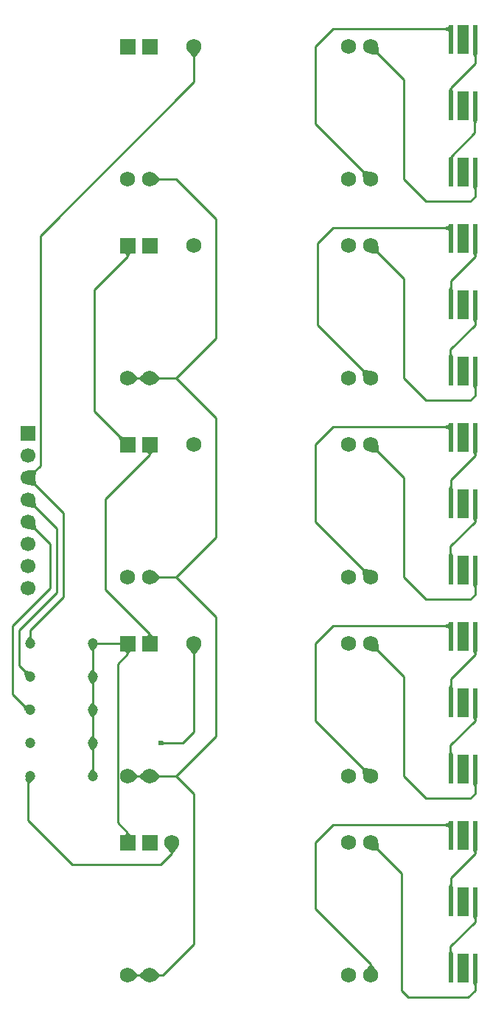
<source format=gtl>
G04 Layer: TopLayer*
G04 EasyEDA v6.4.17, 2021-03-30T20:59:40--4:00*
G04 9c89494b3ddf4ec7811cb6ad7e81a00b,7d3a50bdc1ce4050a4f63d2f8b141863,10*
G04 Gerber Generator version 0.2*
G04 Scale: 100 percent, Rotated: No, Reflected: No *
G04 Dimensions in inches *
G04 leading zeros omitted , absolute positions ,3 integer and 6 decimal *
%FSLAX36Y36*%
%MOIN*%

%ADD10C,0.0100*%
%ADD11C,0.0240*%
%ADD12C,0.0472*%
%ADD14C,0.0689*%
%ADD15R,0.0669X0.0669*%
%ADD16C,0.0669*%

%LPD*%
G36*
X-296740Y1032159D02*
G01*
X-309440Y1015620D01*
X-274020Y1015620D01*
X-286740Y1032159D01*
G37*
G36*
X-25980Y984380D02*
G01*
X-13260Y967840D01*
X-3260Y967840D01*
X9440Y984380D01*
G37*
G36*
X-309920Y877000D02*
G01*
X-317260Y870180D01*
X-315340Y849419D01*
X-289360Y873500D01*
G37*
G36*
X-13260Y882159D02*
G01*
X-25980Y865620D01*
X9440Y865620D01*
X-3260Y882159D01*
G37*
G36*
X-25980Y834380D02*
G01*
X-13260Y817840D01*
X-3260Y817840D01*
X9440Y834380D01*
G37*
G36*
X-294560Y723460D02*
G01*
X-315340Y722420D01*
X-321100Y714040D01*
X-314640Y694260D01*
G37*
G36*
X-13260Y732159D02*
G01*
X-25980Y715620D01*
X9440Y715620D01*
X-3260Y732159D01*
G37*
G36*
X-25980Y684380D02*
G01*
X-13260Y667840D01*
X-3260Y667840D01*
X9440Y684380D01*
G37*
G36*
X-13260Y582160D02*
G01*
X-25980Y565620D01*
X9440Y565620D01*
X-3260Y582160D01*
G37*
G36*
X-25980Y534380D02*
G01*
X-13260Y517840D01*
X-3260Y517840D01*
X9440Y534380D01*
G37*
G36*
X-312860Y389460D02*
G01*
X-305000Y370260D01*
X-295000Y367600D01*
X-278620Y380340D01*
G37*
G36*
X-13260Y432160D02*
G01*
X-25980Y415620D01*
X9440Y415620D01*
X-3260Y432160D01*
G37*
G36*
X424159Y977220D02*
G01*
X445000Y953100D01*
X455000Y953100D01*
X475840Y977220D01*
G37*
G36*
X1284379Y1002159D02*
G01*
X1247840Y965620D01*
X1279620Y963300D01*
X1286699Y970380D01*
G37*
G36*
X1220380Y436700D02*
G01*
X1213300Y429620D01*
X1215620Y397840D01*
X1252160Y434380D01*
G37*
G36*
X227220Y425840D02*
G01*
X203100Y405000D01*
X203100Y395000D01*
X227220Y374159D01*
G37*
G36*
X272780Y425840D02*
G01*
X272780Y374159D01*
X296900Y395000D01*
X296900Y405000D01*
G37*
G36*
X172780Y425840D02*
G01*
X172780Y374159D01*
X196900Y395000D01*
X196900Y405000D01*
G37*
G36*
X1284379Y1902160D02*
G01*
X1247840Y1865620D01*
X1279620Y1863300D01*
X1286699Y1870380D01*
G37*
G36*
X1220380Y1336699D02*
G01*
X1213300Y1329620D01*
X1215620Y1297840D01*
X1252160Y1334379D01*
G37*
G36*
X272780Y1325840D02*
G01*
X272780Y1274160D01*
X296900Y1295000D01*
X296900Y1305000D01*
G37*
G36*
X1284379Y2802160D02*
G01*
X1247840Y2765620D01*
X1279620Y2763300D01*
X1286699Y2770380D01*
G37*
G36*
X1220380Y2236700D02*
G01*
X1213300Y2229620D01*
X1215620Y2197840D01*
X1252160Y2234380D01*
G37*
G36*
X272780Y2225840D02*
G01*
X272780Y2174160D01*
X296900Y2195000D01*
X296900Y2205000D01*
G37*
G36*
X227220Y2225840D02*
G01*
X203100Y2205000D01*
X203100Y2195000D01*
X227220Y2174160D01*
G37*
G36*
X172780Y2225840D02*
G01*
X172780Y2174160D01*
X196900Y2195000D01*
X196900Y2205000D01*
G37*
G36*
X424159Y3677220D02*
G01*
X445000Y3653100D01*
X455000Y3653100D01*
X475840Y3677220D01*
G37*
G36*
X1284379Y3702160D02*
G01*
X1247840Y3665620D01*
X1279620Y3663300D01*
X1286699Y3670380D01*
G37*
G36*
X1220380Y3136700D02*
G01*
X1213300Y3129620D01*
X1215620Y3097840D01*
X1252160Y3134380D01*
G37*
G36*
X272780Y3125840D02*
G01*
X272780Y3074160D01*
X296900Y3095000D01*
X296900Y3105000D01*
G37*
G36*
X-271320Y1785760D02*
G01*
X-302100Y1783400D01*
X-266600Y1747900D01*
X-264240Y1778680D01*
G37*
G36*
X-266600Y1752100D02*
G01*
X-302100Y1716600D01*
X-271320Y1714240D01*
X-264240Y1721320D01*
G37*
G36*
X-266600Y1652100D02*
G01*
X-302100Y1616600D01*
X-271320Y1614240D01*
X-264240Y1621320D01*
G37*
G36*
X-266600Y1552100D02*
G01*
X-302100Y1516600D01*
X-271320Y1514240D01*
X-264240Y1521320D01*
G37*
G36*
X324159Y77220D02*
G01*
X345000Y53099D01*
X355000Y53099D01*
X375840Y77220D01*
G37*
G36*
X1284379Y102160D02*
G01*
X1247840Y65620D01*
X1279620Y63300D01*
X1286699Y70380D01*
G37*
G36*
X1245000Y-453100D02*
G01*
X1224160Y-477220D01*
X1275840Y-477220D01*
X1255000Y-453100D01*
G37*
G36*
X272780Y-474159D02*
G01*
X272780Y-525840D01*
X296900Y-505000D01*
X296900Y-495000D01*
G37*
G36*
X227220Y-474159D02*
G01*
X203100Y-495000D01*
X203100Y-505000D01*
X227220Y-525840D01*
G37*
G36*
X172780Y-474159D02*
G01*
X172780Y-525840D01*
X196900Y-505000D01*
X196900Y-495000D01*
G37*
G36*
X307940Y559000D02*
G01*
X307940Y541000D01*
X316340Y545000D01*
X316340Y555000D01*
G37*
G36*
X137500Y965560D02*
G01*
X145000Y954500D01*
X155000Y954500D01*
X162500Y965560D01*
G37*
G36*
X245000Y1045500D02*
G01*
X237500Y1034440D01*
X262500Y1034440D01*
X255000Y1045500D01*
G37*
G36*
X117320Y1939760D02*
G01*
X110239Y1932680D01*
X115559Y1916780D01*
X133220Y1934440D01*
G37*
G36*
X237500Y1865560D02*
G01*
X245000Y1854500D01*
X255000Y1854500D01*
X262500Y1865560D01*
G37*
G36*
X137500Y2765560D02*
G01*
X145000Y2750560D01*
X155000Y2750560D01*
X162500Y2765560D01*
G37*
G36*
X145000Y145500D02*
G01*
X137500Y134440D01*
X162500Y134440D01*
X155000Y145500D01*
G37*
G36*
X1712200Y3668120D02*
G01*
X1717100Y3653120D01*
X1727100Y3653120D01*
X1731879Y3668120D01*
G37*
G36*
X1601960Y3792500D02*
G01*
X1586960Y3785000D01*
X1586960Y3775000D01*
X1601960Y3767500D01*
G37*
G36*
X1712200Y3368120D02*
G01*
X1715000Y3353120D01*
X1725000Y3353120D01*
X1731879Y3368120D01*
G37*
G36*
X1712200Y3368120D02*
G01*
X1717100Y3357000D01*
X1727100Y3357000D01*
X1731879Y3368120D01*
G37*
G36*
X1606800Y3513020D02*
G01*
X1601960Y3498020D01*
X1621660Y3498020D01*
X1616800Y3513020D01*
G37*
G36*
X1712200Y3068120D02*
G01*
X1717060Y3053120D01*
X1727060Y3053120D01*
X1731879Y3068120D01*
G37*
G36*
X1606819Y3201800D02*
G01*
X1601960Y3198020D01*
X1621660Y3198020D01*
X1616819Y3201800D01*
G37*
G36*
X1712200Y2768120D02*
G01*
X1717100Y2753120D01*
X1727100Y2753120D01*
X1731879Y2768120D01*
G37*
G36*
X1601960Y2892500D02*
G01*
X1586960Y2885000D01*
X1586960Y2875000D01*
X1601960Y2867500D01*
G37*
G36*
X1712200Y2468120D02*
G01*
X1717060Y2453120D01*
X1727060Y2453120D01*
X1731879Y2468120D01*
G37*
G36*
X1712200Y2468120D02*
G01*
X1717100Y2457000D01*
X1727100Y2457000D01*
X1731879Y2468120D01*
G37*
G36*
X1606800Y2613020D02*
G01*
X1601960Y2598020D01*
X1621660Y2598020D01*
X1616800Y2613020D01*
G37*
G36*
X1712200Y2168120D02*
G01*
X1717060Y2153120D01*
X1727060Y2153120D01*
X1731879Y2168120D01*
G37*
G36*
X1605000Y2313020D02*
G01*
X1601960Y2298020D01*
X1621660Y2298020D01*
X1615000Y2313020D01*
G37*
G36*
X1712200Y1868120D02*
G01*
X1717100Y1853120D01*
X1727100Y1853120D01*
X1731879Y1868120D01*
G37*
G36*
X1601960Y1992500D02*
G01*
X1586960Y1985000D01*
X1586960Y1975000D01*
X1601960Y1967500D01*
G37*
G36*
X1712200Y1568120D02*
G01*
X1717060Y1553120D01*
X1727060Y1553120D01*
X1731879Y1568120D01*
G37*
G36*
X1712200Y1568120D02*
G01*
X1717100Y1557000D01*
X1727100Y1557000D01*
X1731879Y1568120D01*
G37*
G36*
X1606800Y1713020D02*
G01*
X1601960Y1698020D01*
X1621660Y1698020D01*
X1616800Y1713020D01*
G37*
G36*
X1712200Y1268120D02*
G01*
X1717060Y1253120D01*
X1727060Y1253120D01*
X1731879Y1268120D01*
G37*
G36*
X1605000Y1413020D02*
G01*
X1601960Y1398020D01*
X1621660Y1398020D01*
X1615000Y1413020D01*
G37*
G36*
X1712200Y968120D02*
G01*
X1717100Y953120D01*
X1727100Y953120D01*
X1731879Y968120D01*
G37*
G36*
X1601960Y1092500D02*
G01*
X1586960Y1085000D01*
X1586960Y1075000D01*
X1601960Y1067500D01*
G37*
G36*
X1712200Y668120D02*
G01*
X1717060Y653120D01*
X1727060Y653120D01*
X1731879Y668120D01*
G37*
G36*
X1712200Y668120D02*
G01*
X1717100Y657000D01*
X1727100Y657000D01*
X1731879Y668120D01*
G37*
G36*
X1712200Y668120D02*
G01*
X1717100Y657000D01*
X1727100Y657000D01*
X1731879Y668120D01*
G37*
G36*
X1606800Y813020D02*
G01*
X1601960Y798020D01*
X1621660Y798020D01*
X1616800Y813020D01*
G37*
G36*
X1712200Y368120D02*
G01*
X1717060Y353120D01*
X1727060Y353120D01*
X1731879Y368120D01*
G37*
G36*
X1605000Y513020D02*
G01*
X1601960Y498020D01*
X1621660Y498020D01*
X1615000Y513020D01*
G37*
G36*
X1712200Y68120D02*
G01*
X1717100Y53120D01*
X1727100Y53120D01*
X1731879Y68120D01*
G37*
G36*
X1601960Y192500D02*
G01*
X1586960Y185000D01*
X1586960Y175000D01*
X1601960Y167500D01*
G37*
G36*
X1712200Y-231880D02*
G01*
X1717060Y-246880D01*
X1727060Y-246880D01*
X1731879Y-231880D01*
G37*
G36*
X1712200Y-231880D02*
G01*
X1717100Y-243000D01*
X1727100Y-243000D01*
X1731879Y-231880D01*
G37*
G36*
X1606800Y-86980D02*
G01*
X1601960Y-101980D01*
X1621660Y-101980D01*
X1616800Y-86980D01*
G37*
G36*
X1712200Y-531880D02*
G01*
X1717060Y-546880D01*
X1727060Y-546880D01*
X1731879Y-531880D01*
G37*
G36*
X1605000Y-386980D02*
G01*
X1601960Y-401980D01*
X1621660Y-401980D01*
X1615000Y-386980D01*
G37*
D10*
X-8270Y1000000D02*
G01*
X150000Y1000000D01*
X-291700Y850000D02*
G01*
X-291700Y851700D01*
X-340000Y900000D01*
X-340000Y1060000D01*
X-170000Y1230000D01*
X-170000Y1520000D01*
X-300000Y1650000D01*
X1611800Y3133099D02*
G01*
X1611800Y3201799D01*
X1720000Y3310000D01*
X1720000Y3430999D01*
X1722100Y3433099D01*
X1611800Y180000D02*
G01*
X1080000Y180000D01*
X1000000Y100000D01*
X1000000Y-200000D01*
X1250000Y-450000D01*
X1250000Y-500000D01*
X1611800Y1080000D02*
G01*
X1080000Y1080000D01*
X1000000Y1000000D01*
X1000000Y650000D01*
X1250000Y400000D01*
X1611800Y1980000D02*
G01*
X1080000Y1980000D01*
X1000000Y1900000D01*
X1000000Y1550000D01*
X1250000Y1300000D01*
X1722100Y1333099D02*
G01*
X1722100Y1222100D01*
X1700000Y1200000D01*
X1500000Y1200000D01*
X1400000Y1300000D01*
X1400000Y1750000D01*
X1250000Y1900000D01*
X1611800Y2880000D02*
G01*
X1080000Y2880000D01*
X1010000Y2810000D01*
X1010000Y2440000D01*
X1250000Y2200000D01*
X1611800Y3780000D02*
G01*
X1080000Y3780000D01*
X1000000Y3700000D01*
X1000000Y3350000D01*
X1250000Y3100000D01*
X-300000Y1750000D02*
G01*
X-244600Y1805399D01*
X-244600Y2845399D01*
X450000Y3540000D01*
X450000Y3700000D01*
X370000Y1300000D02*
G01*
X550000Y1480000D01*
X550000Y2020000D01*
X370000Y2200000D01*
X250000Y2200000D01*
X-291729Y1000000D02*
G01*
X-291729Y1060000D01*
X-290000Y1060000D01*
X-140000Y1210000D01*
X-140000Y1590000D01*
X-300000Y1750000D01*
X-291700Y700000D02*
G01*
X-300000Y700000D01*
X-370000Y770000D01*
X-370000Y1080000D01*
X-200000Y1250000D01*
X-200000Y1450000D01*
X-300000Y1550000D01*
X450000Y1000000D02*
G01*
X450000Y600000D01*
X400000Y550000D01*
X300000Y550000D01*
X350000Y100000D02*
G01*
X350000Y50000D01*
X300000Y0D01*
X-100000Y0D01*
X-300000Y200000D01*
X-300000Y391729D01*
X-291729Y400000D01*
X-8270Y850000D02*
G01*
X-8270Y1000000D01*
X-8270Y700000D02*
G01*
X-8270Y850000D01*
X-8270Y700000D02*
G01*
X-8270Y550000D01*
X-8270Y400000D02*
G01*
X-8270Y550000D01*
X370000Y2200000D02*
G01*
X550000Y2380000D01*
X550000Y2920000D01*
X370000Y3100000D01*
X250000Y3100000D01*
X370000Y400000D02*
G01*
X550000Y580000D01*
X550000Y1120000D01*
X370000Y1300000D01*
X250000Y1300000D01*
X1722100Y733099D02*
G01*
X1722100Y652100D01*
X1610000Y540000D01*
X1610000Y434899D01*
X1611800Y433099D01*
X1722100Y1633099D02*
G01*
X1722100Y1552100D01*
X1610000Y1440000D01*
X1610000Y1334899D01*
X1611800Y1333099D01*
X1722100Y2533099D02*
G01*
X1722100Y2442100D01*
X1610000Y2330000D01*
X1610000Y2234899D01*
X1611800Y2233099D01*
X1722100Y3133099D02*
G01*
X1722100Y3022100D01*
X1700000Y3000000D01*
X1500000Y3000000D01*
X1400000Y3100000D01*
X1400000Y3550000D01*
X1250000Y3700000D01*
X1722100Y2233099D02*
G01*
X1722100Y2122100D01*
X1700000Y2100000D01*
X1500000Y2100000D01*
X1400000Y2200000D01*
X1400000Y2650000D01*
X1250000Y2800000D01*
X1722100Y433099D02*
G01*
X1722100Y322100D01*
X1700000Y300000D01*
X1500000Y300000D01*
X1400000Y400000D01*
X1400000Y850000D01*
X1250000Y1000000D01*
X1722100Y-466900D02*
G01*
X1722100Y-567899D01*
X1690000Y-600000D01*
X1420000Y-600000D01*
X1390000Y-570000D01*
X1390000Y-40000D01*
X1250000Y100000D01*
X250000Y2200000D02*
G01*
X150000Y2200000D01*
X150000Y1900000D02*
G01*
X0Y2050000D01*
X0Y2600000D01*
X150000Y2750000D01*
X150000Y2800000D01*
X250000Y400000D02*
G01*
X150000Y400000D01*
X250000Y-500000D02*
G01*
X310000Y-500000D01*
X450000Y-360000D01*
X450000Y320000D01*
X370000Y400000D01*
X250000Y400000D01*
X150000Y-500000D02*
G01*
X250000Y-500000D01*
X250000Y1854499D02*
G01*
X50000Y1654099D01*
X50000Y1245900D01*
X250000Y1045500D01*
X1722100Y-166900D02*
G01*
X1722100Y-257899D01*
X1610000Y-370000D01*
X1610000Y-465100D01*
X1611800Y-466900D01*
X1722100Y133099D02*
G01*
X1722100Y50199D01*
X1611800Y-60000D01*
X1611800Y-166900D01*
X150000Y145500D02*
G01*
X104499Y191100D01*
X104499Y908899D01*
X150000Y954499D01*
X150000Y100000D02*
G01*
X150000Y145500D01*
X150000Y1000000D02*
G01*
X150000Y954499D01*
X250000Y1922800D02*
G01*
X250000Y1900000D01*
X250000Y1900000D02*
G01*
X250000Y1854499D01*
X250000Y1000000D02*
G01*
X250000Y1045500D01*
X1722100Y-166900D02*
G01*
X1722100Y-243000D01*
X1722100Y1933099D02*
G01*
X1722100Y1850199D01*
X1611800Y1740000D01*
X1611800Y1633099D01*
X1722100Y1633099D02*
G01*
X1722100Y1556999D01*
X1722100Y2833099D02*
G01*
X1722100Y2750200D01*
X1611800Y2640000D01*
X1611800Y2533099D01*
X1722100Y2533099D02*
G01*
X1722100Y2456999D01*
X1722100Y3433099D02*
G01*
X1722100Y3356999D01*
X1611800Y3433099D02*
G01*
X1611800Y3515900D01*
X1722100Y3626100D01*
X1722100Y3733099D01*
X1722100Y1033099D02*
G01*
X1722100Y950199D01*
X1611800Y840000D01*
X1611800Y733099D01*
X1722100Y733099D02*
G01*
X1722100Y656999D01*
X1722100Y733099D02*
G01*
X1722100Y656999D01*
G36*
X1712204Y3798031D02*
G01*
X1731889Y3798031D01*
X1731889Y3668110D01*
X1712204Y3668110D01*
G37*
G36*
X1601967Y3798031D02*
G01*
X1621652Y3798031D01*
X1621652Y3668110D01*
X1601967Y3668110D01*
G37*
G36*
X1641337Y3798031D02*
G01*
X1692519Y3798031D01*
X1692519Y3668110D01*
X1641337Y3668110D01*
G37*
G36*
X1712204Y3498031D02*
G01*
X1731889Y3498031D01*
X1731889Y3368110D01*
X1712204Y3368110D01*
G37*
G36*
X1601967Y3498031D02*
G01*
X1621652Y3498031D01*
X1621652Y3368110D01*
X1601967Y3368110D01*
G37*
G36*
X1641337Y3498031D02*
G01*
X1692519Y3498031D01*
X1692519Y3368110D01*
X1641337Y3368110D01*
G37*
G36*
X1712204Y3198031D02*
G01*
X1731889Y3198031D01*
X1731889Y3068110D01*
X1712204Y3068110D01*
G37*
G36*
X1601967Y3198031D02*
G01*
X1621652Y3198031D01*
X1621652Y3068110D01*
X1601967Y3068110D01*
G37*
G36*
X1641337Y3198031D02*
G01*
X1692519Y3198031D01*
X1692519Y3068110D01*
X1641337Y3068110D01*
G37*
G36*
X1712204Y2898031D02*
G01*
X1731889Y2898031D01*
X1731889Y2768110D01*
X1712204Y2768110D01*
G37*
G36*
X1601967Y2898031D02*
G01*
X1621652Y2898031D01*
X1621652Y2768110D01*
X1601967Y2768110D01*
G37*
G36*
X1641337Y2898031D02*
G01*
X1692519Y2898031D01*
X1692519Y2768110D01*
X1641337Y2768110D01*
G37*
G36*
X1712204Y2598031D02*
G01*
X1731889Y2598031D01*
X1731889Y2468110D01*
X1712204Y2468110D01*
G37*
G36*
X1601967Y2598031D02*
G01*
X1621652Y2598031D01*
X1621652Y2468110D01*
X1601967Y2468110D01*
G37*
G36*
X1641337Y2598031D02*
G01*
X1692519Y2598031D01*
X1692519Y2468110D01*
X1641337Y2468110D01*
G37*
G36*
X1712204Y2298031D02*
G01*
X1731889Y2298031D01*
X1731889Y2168110D01*
X1712204Y2168110D01*
G37*
G36*
X1601967Y2298031D02*
G01*
X1621652Y2298031D01*
X1621652Y2168110D01*
X1601967Y2168110D01*
G37*
G36*
X1641337Y2298031D02*
G01*
X1692519Y2298031D01*
X1692519Y2168110D01*
X1641337Y2168110D01*
G37*
G36*
X1712204Y1998031D02*
G01*
X1731889Y1998031D01*
X1731889Y1868110D01*
X1712204Y1868110D01*
G37*
G36*
X1601967Y1998031D02*
G01*
X1621652Y1998031D01*
X1621652Y1868110D01*
X1601967Y1868110D01*
G37*
G36*
X1641337Y1998031D02*
G01*
X1692519Y1998031D01*
X1692519Y1868110D01*
X1641337Y1868110D01*
G37*
G36*
X1712204Y1698031D02*
G01*
X1731889Y1698031D01*
X1731889Y1568110D01*
X1712204Y1568110D01*
G37*
G36*
X1601967Y1698031D02*
G01*
X1621652Y1698031D01*
X1621652Y1568110D01*
X1601967Y1568110D01*
G37*
G36*
X1641337Y1698031D02*
G01*
X1692519Y1698031D01*
X1692519Y1568110D01*
X1641337Y1568110D01*
G37*
G36*
X1712204Y1398031D02*
G01*
X1731889Y1398031D01*
X1731889Y1268110D01*
X1712204Y1268110D01*
G37*
G36*
X1601967Y1398031D02*
G01*
X1621652Y1398031D01*
X1621652Y1268110D01*
X1601967Y1268110D01*
G37*
G36*
X1641337Y1398031D02*
G01*
X1692519Y1398031D01*
X1692519Y1268110D01*
X1641337Y1268110D01*
G37*
G36*
X1712204Y1098031D02*
G01*
X1731889Y1098031D01*
X1731889Y968110D01*
X1712204Y968110D01*
G37*
G36*
X1601967Y1098031D02*
G01*
X1621652Y1098031D01*
X1621652Y968110D01*
X1601967Y968110D01*
G37*
G36*
X1641337Y1098031D02*
G01*
X1692519Y1098031D01*
X1692519Y968110D01*
X1641337Y968110D01*
G37*
G36*
X1712204Y798031D02*
G01*
X1731889Y798031D01*
X1731889Y668110D01*
X1712204Y668110D01*
G37*
G36*
X1601967Y798031D02*
G01*
X1621652Y798031D01*
X1621652Y668110D01*
X1601967Y668110D01*
G37*
G36*
X1641337Y798031D02*
G01*
X1692519Y798031D01*
X1692519Y668110D01*
X1641337Y668110D01*
G37*
G36*
X1712204Y498031D02*
G01*
X1731889Y498031D01*
X1731889Y368110D01*
X1712204Y368110D01*
G37*
G36*
X1601967Y498031D02*
G01*
X1621652Y498031D01*
X1621652Y368110D01*
X1601967Y368110D01*
G37*
G36*
X1641337Y498031D02*
G01*
X1692519Y498031D01*
X1692519Y368110D01*
X1641337Y368110D01*
G37*
G36*
X1712204Y198031D02*
G01*
X1731889Y198031D01*
X1731889Y68110D01*
X1712204Y68110D01*
G37*
G36*
X1601967Y198031D02*
G01*
X1621652Y198031D01*
X1621652Y68110D01*
X1601967Y68110D01*
G37*
G36*
X1641337Y198031D02*
G01*
X1692519Y198031D01*
X1692519Y68110D01*
X1641337Y68110D01*
G37*
G36*
X1712204Y-101968D02*
G01*
X1731889Y-101968D01*
X1731889Y-231889D01*
X1712204Y-231889D01*
G37*
G36*
X1601967Y-101968D02*
G01*
X1621652Y-101968D01*
X1621652Y-231889D01*
X1601967Y-231889D01*
G37*
G36*
X1641337Y-101968D02*
G01*
X1692519Y-101968D01*
X1692519Y-231889D01*
X1641337Y-231889D01*
G37*
G36*
X1712204Y-401968D02*
G01*
X1731889Y-401968D01*
X1731889Y-531889D01*
X1712204Y-531889D01*
G37*
G36*
X1601967Y-401968D02*
G01*
X1621652Y-401968D01*
X1621652Y-531889D01*
X1601967Y-531889D01*
G37*
G36*
X1641337Y-401968D02*
G01*
X1692519Y-401968D01*
X1692519Y-531889D01*
X1641337Y-531889D01*
G37*
D12*
G01*
X-291729Y1000000D03*
G01*
X-8270Y1000000D03*
G01*
X-291729Y850000D03*
G01*
X-8270Y850000D03*
G01*
X-291729Y700000D03*
G01*
X-8270Y700000D03*
G01*
X-291729Y550000D03*
G01*
X-8270Y550000D03*
G01*
X-291729Y400000D03*
G01*
X-8270Y400000D03*
G36*
X115551Y1034448D02*
G01*
X184448Y1034448D01*
X184448Y965551D01*
X115551Y965551D01*
G37*
G36*
X215551Y1034448D02*
G01*
X284448Y1034448D01*
X284448Y965551D01*
X215551Y965551D01*
G37*
D14*
G01*
X450000Y1000000D03*
G01*
X1250000Y1000000D03*
G01*
X1150000Y1000000D03*
G01*
X1250000Y400000D03*
G01*
X1150000Y400000D03*
G01*
X250000Y400000D03*
G01*
X150000Y400000D03*
G36*
X115551Y1934448D02*
G01*
X184448Y1934448D01*
X184448Y1865551D01*
X115551Y1865551D01*
G37*
G36*
X215551Y1934448D02*
G01*
X284448Y1934448D01*
X284448Y1865551D01*
X215551Y1865551D01*
G37*
G01*
X450000Y1900000D03*
G01*
X1250000Y1900000D03*
G01*
X1150000Y1900000D03*
G01*
X1250000Y1300000D03*
G01*
X1150000Y1300000D03*
G01*
X250000Y1300000D03*
G01*
X150000Y1300000D03*
G36*
X115551Y2834448D02*
G01*
X184448Y2834448D01*
X184448Y2765551D01*
X115551Y2765551D01*
G37*
G36*
X215551Y2834448D02*
G01*
X284448Y2834448D01*
X284448Y2765551D01*
X215551Y2765551D01*
G37*
G01*
X450000Y2800000D03*
G01*
X1250000Y2800000D03*
G01*
X1150000Y2800000D03*
G01*
X1250000Y2200000D03*
G01*
X1150000Y2200000D03*
G01*
X250000Y2200000D03*
G01*
X150000Y2200000D03*
G36*
X115551Y3734448D02*
G01*
X184448Y3734448D01*
X184448Y3665551D01*
X115551Y3665551D01*
G37*
G36*
X215551Y3734448D02*
G01*
X284448Y3734448D01*
X284448Y3665551D01*
X215551Y3665551D01*
G37*
G01*
X450000Y3700000D03*
G01*
X1250000Y3700000D03*
G01*
X1150000Y3700000D03*
G01*
X1250000Y3100000D03*
G01*
X1150000Y3100000D03*
G01*
X250000Y3100000D03*
G01*
X150000Y3100000D03*
D15*
G01*
X-300000Y1950000D03*
D16*
G01*
X-300000Y1850000D03*
G01*
X-300000Y1750000D03*
G01*
X-300000Y1650000D03*
G01*
X-300000Y1550000D03*
G01*
X-300000Y1450000D03*
G01*
X-300000Y1350000D03*
G01*
X-300000Y1250000D03*
G36*
X115551Y134448D02*
G01*
X184448Y134448D01*
X184448Y65551D01*
X115551Y65551D01*
G37*
G36*
X215551Y134448D02*
G01*
X284448Y134448D01*
X284448Y65551D01*
X215551Y65551D01*
G37*
D14*
G01*
X350000Y100000D03*
G01*
X1250000Y100000D03*
G01*
X1150000Y100000D03*
G01*
X1250000Y-500000D03*
G01*
X1150000Y-500000D03*
G01*
X250000Y-500000D03*
G01*
X150000Y-500000D03*
D11*
G01*
X300000Y550000D03*
M02*

</source>
